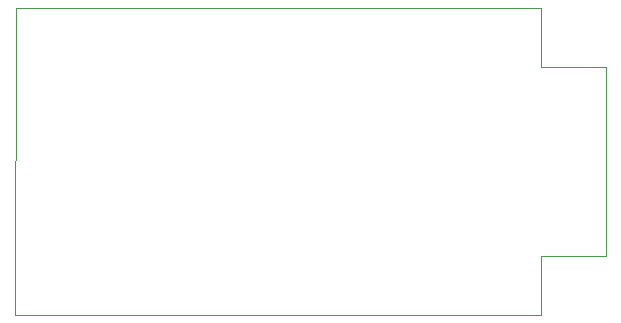
<source format=gbr>
%TF.GenerationSoftware,KiCad,Pcbnew,9.0.7*%
%TF.CreationDate,2026-02-16T22:31:37-05:00*%
%TF.ProjectId,Primis_Versipellis,5072696d-6973-45f5-9665-72736970656c,rev?*%
%TF.SameCoordinates,Original*%
%TF.FileFunction,Profile,NP*%
%FSLAX46Y46*%
G04 Gerber Fmt 4.6, Leading zero omitted, Abs format (unit mm)*
G04 Created by KiCad (PCBNEW 9.0.7) date 2026-02-16 22:31:37*
%MOMM*%
%LPD*%
G01*
G04 APERTURE LIST*
%TA.AperFunction,Profile*%
%ADD10C,0.050000*%
%TD*%
G04 APERTURE END LIST*
D10*
X169000000Y-82500000D02*
X124460000Y-82500000D01*
X169000000Y-56500000D02*
X169000000Y-61500000D01*
X169000000Y-77500000D02*
X169000000Y-82500000D01*
X169000000Y-77500000D02*
X174500000Y-77500000D01*
X174500000Y-61500000D02*
X174500000Y-77500000D01*
X124540000Y-56500000D02*
X169000000Y-56500000D01*
X124460000Y-82500000D02*
X124540000Y-56500000D01*
X169000000Y-61500000D02*
X174500000Y-61500000D01*
M02*

</source>
